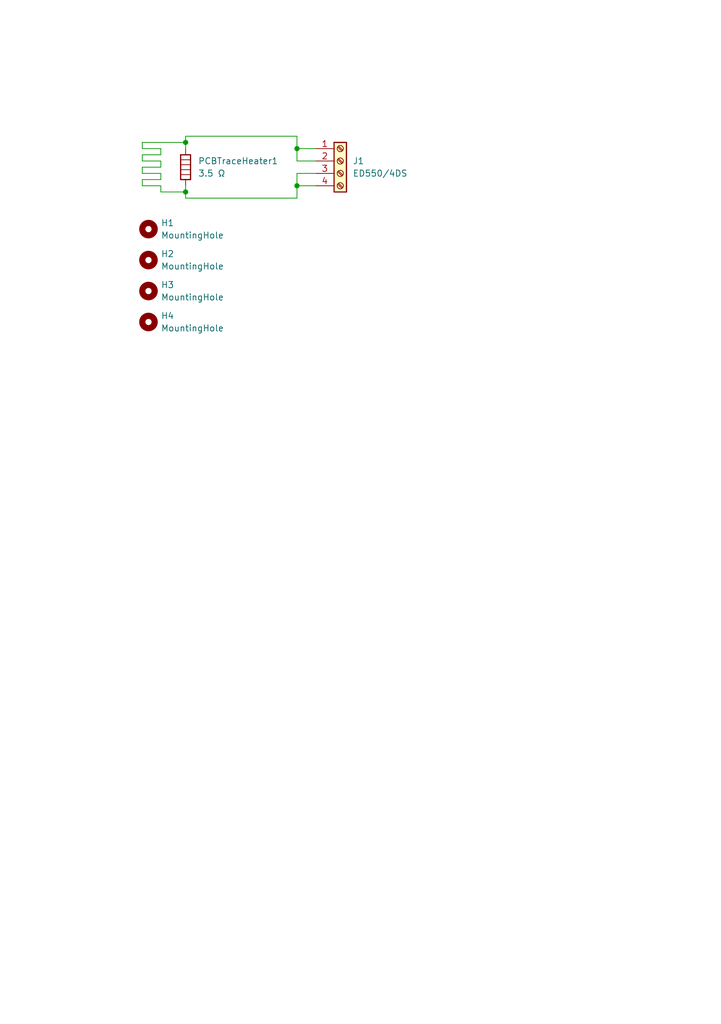
<source format=kicad_sch>
(kicad_sch (version 20231120) (generator "eeschema") (generator_version "8.0")
  (paper "A5" portrait)
  (title_block (title "Reflow Soldering Hot Plate") (date "2024-07-30") (rev "v1.0.0"))
  (lib_symbols
    (symbol "Connector:Screw_Terminal_01x04" (pin_names (offset 1.016) hide)
      (property "Reference" "J" (at 0 5.08 0))
      (property "Value" "Screw_Terminal_01x04" (at 0 -7.62 0))
      (symbol "Screw_Terminal_01x04_1_1"
        (rectangle (start -1.27 3.81) (end 1.27 -6.35) (stroke (width 0.254)) (fill (type background)))
        (circle (center 0 -5.08) (radius 0.635) (stroke (width 0.1524)))
        (circle (center 0 -2.54) (radius 0.635) (stroke (width 0.1524)))
        (polyline (pts (xy -0.5334 -4.7498) (xy 0.3302 -5.588)) (stroke (width 0.1524)))
        (polyline (pts (xy -0.5334 -2.2098) (xy 0.3302 -3.048)) (stroke (width 0.1524)))
        (polyline (pts (xy -0.5334 0.3302) (xy 0.3302 -0.508)) (stroke (width 0.1524)))
        (polyline (pts (xy -0.5334 2.8702) (xy 0.3302 2.032)) (stroke (width 0.1524)))
        (polyline (pts (xy -0.3556 -4.572) (xy 0.508 -5.4102)) (stroke (width 0.1524)))
        (polyline (pts (xy -0.3556 -2.032) (xy 0.508 -2.8702)) (stroke (width 0.1524)))
        (polyline (pts (xy -0.3556 0.508) (xy 0.508 -0.3302)) (stroke (width 0.1524)))
        (polyline (pts (xy -0.3556 3.048) (xy 0.508 2.2098)) (stroke (width 0.1524)))
        (circle (center 0 0) (radius 0.635) (stroke (width 0.1524)))
        (circle (center 0 2.54) (radius 0.635) (stroke (width 0.1524)))
        (pin passive line (at -5.08 2.54 0) (length 3.81) (name "Pin_1") (number "1"))
        (pin passive line (at -5.08 0 0) (length 3.81) (name "Pin_2") (number "2"))
        (pin passive line (at -5.08 -2.54 0) (length 3.81) (name "Pin_3") (number "3"))
        (pin passive line (at -5.08 -5.08 0) (length 3.81) (name "Pin_4") (number "4"))
      )
    )
    (symbol "Device:Heater" (pin_numbers hide) (pin_names (offset 0))
      (property "Reference" "R" (at 2.032 0 90))
      (property "Value" "Heater" (at -2.032 0 90))
      (symbol "Heater_0_1"
        (rectangle (start -1.016 -2.54) (end 1.016 2.54) (stroke (width 0.254)))
        (polyline (pts (xy -1.016 1.524) (xy 1.016 1.524)))
        (polyline (pts (xy 1.016 -1.524) (xy -1.016 -1.524)))
        (polyline (pts (xy 1.016 -0.508) (xy -1.016 -0.508)))
        (polyline (pts (xy 1.016 0.508) (xy -1.016 0.508)))
      )
      (symbol "Heater_1_1"
        (pin passive line (at 0 3.81 270) (length 1.27) (name "~") (number "1"))
        (pin passive line (at 0 -3.81 90) (length 1.27) (name "~") (number "2"))
      )
    )
    (symbol "Mechanical:MountingHole" (pin_names (offset 1.016)) (exclude_from_sim yes) (in_bom no)
      (property "Reference" "H" (at 0 5.08 0))
      (property "Value" "MountingHole" (at 0 3.175 0))
      (symbol "MountingHole_0_1"
        (circle (center 0 0) (radius 1.27) (stroke (width 1.27)))
      )
    )
  )
  (junction (at 38.1 29.21))
  (junction (at 60.96 38.1))
  (junction (at 38.1 39.37))
  (junction (at 60.96 30.48))
  (wire (pts (xy 33.02 39.37) (xy 38.1 39.37)))
  (wire (pts (xy 60.96 35.56) (xy 60.96 38.1)))
  (wire (pts (xy 60.96 30.48) (xy 60.96 33.02)))
  (wire (pts (xy 60.96 38.1) (xy 64.77 38.1)))
  (wire (pts (xy 33.02 31.75) (xy 29.21 31.75)))
  (wire (pts (xy 38.1 29.21) (xy 38.1 30.48)))
  (wire (pts (xy 60.96 30.48) (xy 64.77 30.48)))
  (wire (pts (xy 29.21 33.02) (xy 33.02 33.02)))
  (wire (pts (xy 29.21 30.48) (xy 33.02 30.48)))
  (wire (pts (xy 60.96 27.94) (xy 60.96 30.48)))
  (wire (pts (xy 33.02 34.29) (xy 29.21 34.29)))
  (wire (pts (xy 33.02 36.83) (xy 29.21 36.83)))
  (wire (pts (xy 38.1 27.94) (xy 60.96 27.94)))
  (wire (pts (xy 29.21 29.21) (xy 29.21 30.48)))
  (wire (pts (xy 33.02 35.56) (xy 33.02 36.83)))
  (wire (pts (xy 38.1 38.1) (xy 38.1 39.37)))
  (wire (pts (xy 33.02 33.02) (xy 33.02 34.29)))
  (wire (pts (xy 29.21 36.83) (xy 29.21 38.1)))
  (wire (pts (xy 29.21 38.1) (xy 33.02 38.1)))
  (wire (pts (xy 29.21 31.75) (xy 29.21 33.02)))
  (wire (pts (xy 38.1 40.64) (xy 60.96 40.64)))
  (wire (pts (xy 60.96 35.56) (xy 64.77 35.56)))
  (wire (pts (xy 38.1 39.37) (xy 38.1 40.64)))
  (wire (pts (xy 33.02 30.48) (xy 33.02 31.75)))
  (wire (pts (xy 29.21 34.29) (xy 29.21 35.56)))
  (wire (pts (xy 29.21 35.56) (xy 33.02 35.56)))
  (wire (pts (xy 60.96 33.02) (xy 64.77 33.02)))
  (wire (pts (xy 60.96 38.1) (xy 60.96 40.64)))
  (wire (pts (xy 38.1 27.94) (xy 38.1 29.21)))
  (wire (pts (xy 38.1 29.21) (xy 29.21 29.21)))
  (wire (pts (xy 33.02 38.1) (xy 33.02 39.37)))
  (symbol (lib_id "Mechanical:MountingHole") (at 30.48 46.99 0) (unit 1) (exclude_from_sim yes) (in_bom no)
    (property "Reference" "H1" (at 33.02 45.7199 0) (effects (justify left)))
    (property "Value" "MountingHole" (at 33.02 48.2599 0) (effects (justify left)))
    (property "Footprint" "Custom_MountingHole:MountingHole_M3_ThermallyIsolated" (effects (hide yes)))
    (property "Description" "Mounting Hole without connection" (effects (hide yes)))
  )
  (symbol (lib_id "Mechanical:MountingHole") (at 30.48 66.04 0) (unit 1) (exclude_from_sim yes) (in_bom no)
    (property "Reference" "H4" (at 33.02 64.7699 0) (effects (justify left)))
    (property "Value" "MountingHole" (at 33.02 67.3099 0) (effects (justify left)))
    (property "Footprint" "Custom_MountingHole:MountingHole_M3_ThermallyIsolated" (effects (hide yes)))
    (property "Description" "Mounting Hole without connection" (effects (hide yes)))
  )
  (symbol (lib_id "Mechanical:MountingHole") (at 30.48 59.69 0) (unit 1) (exclude_from_sim yes) (in_bom no)
    (property "Reference" "H3" (at 33.02 58.4199 0) (effects (justify left)))
    (property "Value" "MountingHole" (at 33.02 60.9599 0) (effects (justify left)))
    (property "Footprint" "Custom_MountingHole:MountingHole_M3_ThermallyIsolated" (effects (hide yes)))
    (property "Description" "Mounting Hole without connection" (effects (hide yes)))
  )
  (symbol (lib_id "Connector:Screw_Terminal_01x04") (at 69.85 33.02 0) (unit 1)
    (property "Reference" "J1" (at 72.39 33.0199 0) (effects (justify left)))
    (property "Value" "ED550/4DS" (at 72.39 35.5599 0) (effects (justify left)))
    (property "Footprint" "Custom_TerminalBlock_OnShore:TerminalBlock_OnShore_ED550_4DS" (effects (hide yes)))
    (property "Description" "Generic screw terminal, single row, 01x04, script generated (kicad-library-utils/schlib/autogen/connector/)" (effects (hide yes)))
  )
  (symbol (lib_id "Mechanical:MountingHole") (at 30.48 53.34 0) (unit 1) (exclude_from_sim yes) (in_bom no)
    (property "Reference" "H2" (at 33.02 52.0699 0) (effects (justify left)))
    (property "Value" "MountingHole" (at 33.02 54.6099 0) (effects (justify left)))
    (property "Footprint" "Custom_MountingHole:MountingHole_M3_ThermallyIsolated" (effects (hide yes)))
    (property "Description" "Mounting Hole without connection" (effects (hide yes)))
  )
  (symbol (lib_id "Device:Heater") (at 38.1 34.29 0) (unit 1) (on_board no)
    (property "Reference" "PCBTraceHeater1" (at 40.64 33.0199 0) (effects (justify left)))
    (property "Value" "3.5 Ω" (at 40.64 35.5599 0) (effects (justify left)))
    (property "Description" "Resistive heater" (effects (hide yes)))
  )
)
</source>
